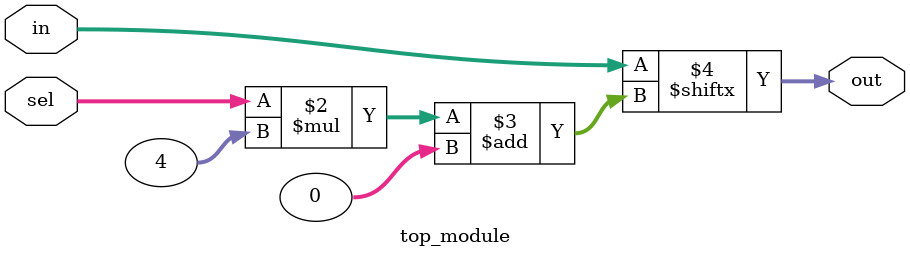
<source format=v>
module top_module( 
    input [1023:0] in,
    input [7:0] sel,
    output [3:0] out );
       
    always @(*) begin    	
        out  = in[sel*4 +:4];
    end
endmodule


</source>
